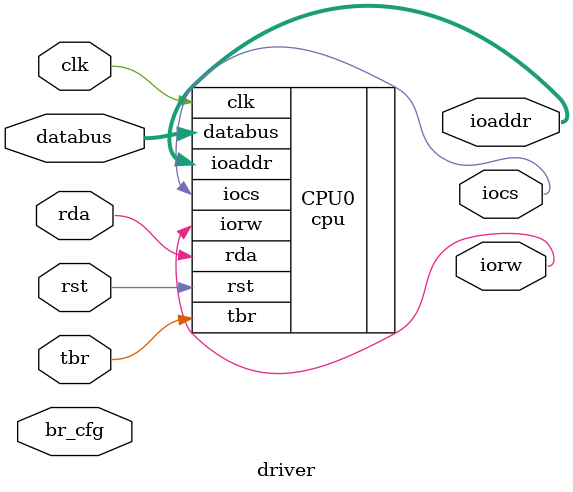
<source format=v>
module driver(
    input clk,
    input rst,
    input [1:0] br_cfg,
    output iocs,
    output iorw,
    input rda,
    input tbr,
    output [1:0] ioaddr,
    inout [7:0] databus
    );

	// Instantiate CPU to harness
	cpu CPU0(	.clk(clk),
			.rst(rst),
			.iocs(iocs),
			.iorw(iorw),
			.rda(rda),
			.tbr(tbr),
			.ioaddr(ioaddr),
			.databus(databus));

endmodule

</source>
